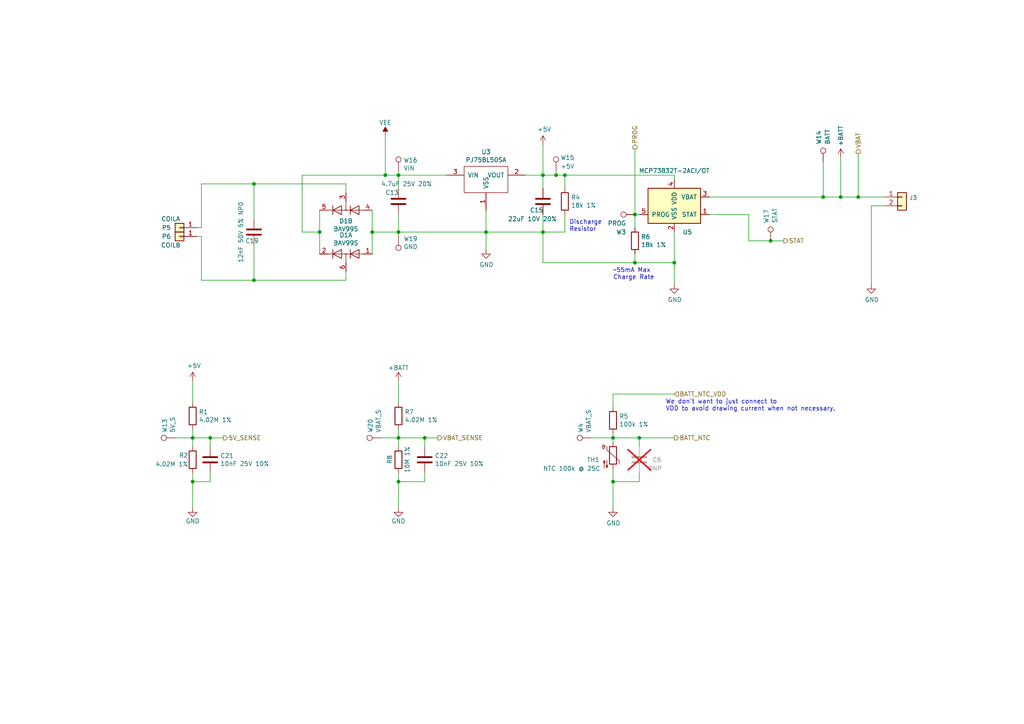
<source format=kicad_sch>
(kicad_sch (version 20250114) (generator "eeschema") (generator_version "9.0")
  (paper "A4")
  (title_block (title "Pixels D20 Schematic, Main") (date "2022-08-26") (rev "13") (company "Systemic Games, LLC") (comment 1 "Wireless Charging Circuitry"))
  (lib_symbols
    (symbol "Connector_Generic:Conn_01x01" (pin_names (offset 1.016) (hide yes))
      (property "Reference" "J" (at 0 2.54 0))
      (property "Value" "Conn_01x01" (at 0 -2.54 0))
      (symbol "Conn_01x01_1_1"
        (rectangle (start -1.27 1.27) (end 1.27 -1.27) (stroke (width 0.254)) (fill (type background)))
        (rectangle (start -1.27 0.127) (end 0 -0.127) (stroke (width 0.1524)))
        (pin passive line (at -5.08 0 0) (length 3.81) (name "Pin_1") (number "1"))
      )
    )
    (symbol "Connector_Generic:Conn_01x02" (pin_names (offset 1.016) (hide yes))
      (property "Reference" "J" (at 0 2.54 0))
      (property "Value" "Conn_01x02" (at 0 -5.08 0))
      (symbol "Conn_01x02_1_1"
        (rectangle (start -1.27 1.27) (end 1.27 -3.81) (stroke (width 0.254)) (fill (type background)))
        (rectangle (start -1.27 0.127) (end 0 -0.127) (stroke (width 0.1524)))
        (rectangle (start -1.27 -2.413) (end 0 -2.667) (stroke (width 0.1524)))
        (pin passive line (at -5.08 0 0) (length 3.81) (name "Pin_1") (number "1"))
        (pin passive line (at -5.08 -2.54 0) (length 3.81) (name "Pin_2") (number "2"))
      )
    )
    (symbol "Device:C" (pin_numbers (hide yes)) (pin_names (offset 0.254))
      (property "Reference" "C" (at 0.635 2.54 0))
      (property "Value" "C" (at 0.635 -2.54 0))
      (symbol "C_0_1"
        (polyline (pts (xy -2.032 0.762) (xy 2.032 0.762)) (stroke (width 0.508)))
        (polyline (pts (xy -2.032 -0.762) (xy 2.032 -0.762)) (stroke (width 0.508)))
      )
      (symbol "C_1_1"
        (pin passive line (at 0 3.81 270) (length 2.794) (name "~") (number "1"))
        (pin passive line (at 0 -3.81 90) (length 2.794) (name "~") (number "2"))
      )
    )
    (symbol "Device:R" (pin_numbers (hide yes)) (pin_names (offset 0))
      (property "Reference" "R" (at 2.032 0 90))
      (property "Value" "R" (at 0 0 90))
      (symbol "R_0_1"
        (rectangle (start -1.016 -2.54) (end 1.016 2.54) (stroke (width 0.254)))
      )
      (symbol "R_1_1"
        (pin passive line (at 0 3.81 270) (length 1.27) (name "~") (number "1"))
        (pin passive line (at 0 -3.81 90) (length 1.27) (name "~") (number "2"))
      )
    )
    (symbol "Device:Thermistor_NTC" (pin_numbers (hide yes)) (pin_names (offset 0))
      (property "Reference" "TH" (at -4.445 0 90))
      (property "Value" "Thermistor_NTC" (at 3.175 0 90))
      (symbol "Thermistor_NTC_0_1"
        (arc (start -3.175 2.413) (mid -3.0506 2.3165) (end -3.048 2.159))
        (arc (start -3.048 2.794) (mid -2.9736 2.9736) (end -2.794 3.048))
        (arc (start -2.794 3.048) (mid -2.6144 2.9736) (end -2.54 2.794))
        (arc (start -2.794 2.54) (mid -2.9736 2.6144) (end -3.048 2.794))
        (arc (start -2.794 1.905) (mid -2.9736 1.9794) (end -3.048 2.159))
        (arc (start -2.54 2.159) (mid -2.6144 1.9794) (end -2.794 1.905))
        (arc (start -2.159 2.794) (mid -2.434 2.5608) (end -2.794 2.54))
        (polyline (pts (xy -2.54 2.159) (xy -2.54 2.794)))
        (polyline (pts (xy -2.54 -3.683) (xy -2.54 -1.397) (xy -2.794 -2.159) (xy -2.286 -2.159) (xy -2.54 -1.397) (xy -2.54 -1.651)) (fill (type outline)))
        (polyline (pts (xy -1.778 2.54) (xy -1.778 1.524) (xy 1.778 -1.524) (xy 1.778 -2.54)))
        (polyline (pts (xy -1.778 -1.397) (xy -1.778 -3.683) (xy -2.032 -2.921) (xy -1.524 -2.921) (xy -1.778 -3.683) (xy -1.778 -3.429)) (fill (type outline)))
        (rectangle (start -1.016 2.54) (end 1.016 -2.54) (stroke (width 0.254)))
      )
      (symbol "Thermistor_NTC_1_1"
        (pin passive line (at 0 3.81 270) (length 1.27) (name "~") (number "1"))
        (pin passive line (at 0 -3.81 90) (length 1.27) (name "~") (number "2"))
      )
    )
    (symbol "Pixels-dice:BAV99S-diode" (pin_names (offset 0.0254) (hide yes))
      (property "Reference" "D" (at 0 2.54 0))
      (property "Value" "BAV99S-diode" (at 0 5.08 0))
      (symbol "BAV99S-diode_0_1"
        (polyline (pts (xy -5.08 0) (xy 5.08 0)))
        (polyline (pts (xy -3.81 1.27) (xy -1.27 0) (xy -3.81 -1.27) (xy -3.81 1.27) (xy -3.81 1.27) (xy -3.81 1.27)) (stroke (width 0.2032)))
        (polyline (pts (xy -1.27 -1.27) (xy -1.27 1.27) (xy -1.27 1.27)) (stroke (width 0.2032)))
        (polyline (pts (xy 0 0) (xy 0 -2.54)))
        (circle (center 0 0) (radius 0.127))
        (polyline (pts (xy 1.27 1.27) (xy 3.81 0) (xy 1.27 -1.27) (xy 1.27 1.27) (xy 1.27 1.27) (xy 1.27 1.27)) (stroke (width 0.2032)))
        (polyline (pts (xy 3.81 1.27) (xy 3.81 -1.27) (xy 3.81 -1.27)) (stroke (width 0.2032)))
      )
      (symbol "BAV99S-diode_1_1"
        (polyline (pts (xy 6.35 0) (xy 7.62 0)))
        (pin passive line (at -7.62 0 0) (length 2.54) (name "A1") (number "1"))
        (pin passive line (at 0 -5.08 90) (length 2.54) (name "K3A4") (number "6"))
        (pin passive line (at 7.62 0 180) (length 2.54) (name "K2") (number "2"))
      )
      (symbol "BAV99S-diode_2_1"
        (polyline (pts (xy 6.35 0) (xy 7.62 0)))
        (pin passive line (at -7.62 0 0) (length 2.54) (name "A3") (number "4"))
        (pin passive line (at 0 -5.08 90) (length 2.54) (name "K1A2") (number "3"))
        (pin passive line (at 7.62 0 180) (length 2.54) (name "K4") (number "5"))
      )
    )
    (symbol "Pixels-dice:HX6306P502MR" (pin_names (offset 1.016))
      (property "Reference" "U" (at 3.81 -6.35 0))
      (property "Value" "HX6306P502MR" (at 0 3.81 0))
      (symbol "HX6306P502MR_0_1"
        (rectangle (start -6.35 2.54) (end 6.35 -5.08))
      )
      (symbol "HX6306P502MR_1_1"
        (pin power_in line (at -11.43 0 0) (length 5.08) (name "VIN") (number "3"))
        (pin power_in line (at 0 -10.16 90) (length 5.08) (name "VSS") (number "1"))
        (pin power_out line (at 11.43 0 180) (length 5.08) (name "VOUT") (number "2"))
      )
    )
    (symbol "Pixels-dice:MCP73831-2-OT-battery_management" (pin_names (offset 1.016))
      (property "Reference" "U" (at -7.62 6.35 0))
      (property "Value" "MCP73831-2-OT-battery_management" (at 1.27 6.35 0))
      (symbol "MCP73831-2-OT-battery_management_0_1"
        (rectangle (start -7.62 5.08) (end 7.62 -5.08) (stroke (width 0.254)) (fill (type background)))
      )
      (symbol "MCP73831-2-OT-battery_management_1_1"
        (pin input line (at -10.16 -2.54 0) (length 2.54) (name "PROG") (number "5"))
        (pin power_in line (at 0 7.62 270) (length 2.54) (name "VDD") (number "4"))
        (pin power_in line (at 0 -7.62 90) (length 2.54) (name "VSS") (number "2"))
        (pin power_out line (at 10.16 2.54 180) (length 2.54) (name "VBAT") (number "3"))
        (pin output line (at 10.16 -2.54 180) (length 2.54) (name "STAT") (number "1"))
      )
    )
    (symbol "Pixels-dice:TEST_1P-conn" (pin_numbers (hide yes)) (pin_names (offset 0.762) (hide yes))
      (property "Reference" "W" (at 0 6.858 0))
      (property "Value" "TEST_1P-conn" (at 0 5.08 0))
      (symbol "TEST_1P-conn_0_1"
        (circle (center 0 3.302) (radius 0.762))
      )
      (symbol "TEST_1P-conn_1_1"
        (pin passive line (at 0 0 90) (length 2.54) (name "1") (number "1"))
      )
    )
    (symbol "power:+5V" (power) (pin_names (offset 0))
      (property "Value" "+5V" (at 0 3.556 0))
      (symbol "+5V_0_1"
        (polyline (pts (xy -0.762 1.27) (xy 0 2.54)))
        (polyline (pts (xy 0 2.54) (xy 0.762 1.27)))
        (polyline (pts (xy 0 0) (xy 0 2.54)))
      )
      (symbol "+5V_1_1"
        (pin power_in line (at 0 0 90) (length 0) (hide yes) (name "+5V") (number "1"))
      )
    )
    (symbol "power:+BATT" (power) (pin_names (offset 0))
      (property "Value" "+BATT" (at 0 3.556 0))
      (symbol "+BATT_0_1"
        (polyline (pts (xy -0.762 1.27) (xy 0 2.54)))
        (polyline (pts (xy 0 2.54) (xy 0.762 1.27)))
        (polyline (pts (xy 0 0) (xy 0 2.54)))
      )
      (symbol "+BATT_1_1"
        (pin power_in line (at 0 0 90) (length 0) (hide yes) (name "+BATT") (number "1"))
      )
    )
    (symbol "power:GND" (power) (pin_names (offset 0))
      (property "Value" "GND" (at 0 -3.81 0))
      (symbol "GND_0_1"
        (polyline (pts (xy 0 0) (xy 0 -1.27) (xy 1.27 -1.27) (xy 0 -2.54) (xy -1.27 -1.27) (xy 0 -1.27)))
      )
      (symbol "GND_1_1"
        (pin power_in line (at 0 0 270) (length 0) (hide yes) (name "GND") (number "1"))
      )
    )
    (symbol "power:VEE" (power) (pin_names (offset 0))
      (property "Value" "VEE" (at 0 3.81 0))
      (symbol "VEE_0_1"
        (polyline (pts (xy 0 0) (xy 0 2.54)))
        (polyline (pts (xy 0.762 1.27) (xy -0.762 1.27) (xy 0 2.54) (xy 0.762 1.27)) (fill (type outline)))
      )
      (symbol "VEE_1_1"
        (pin power_in line (at 0 0 90) (length 0) (hide yes) (name "VEE") (number "1"))
      )
    )
  )
  (text "We don't want to just connect to\nVDD to avoid drawing current when not necessary." (at 193.04 119.38 0) (effects (font (size 1.27 1.27)) (justify left bottom)))
  (text "~55mA Max\nCharge Rate" (at 177.8 81.28 0) (effects (font (size 1.27 1.27)) (justify left bottom)))
  (text "Discharge\nResistor" (at 165.1 67.31 0) (effects (font (size 1.27 1.27)) (justify left bottom)))
  (junction (at 92.71 67.31))
  (junction (at 248.92 57.15))
  (junction (at 55.88 127))
  (junction (at 184.15 76.2))
  (junction (at 55.88 139.7))
  (junction (at 195.58 76.2))
  (junction (at 177.8 139.7))
  (junction (at 163.83 50.8))
  (junction (at 157.48 67.31))
  (junction (at 243.84 57.15))
  (junction (at 140.97 67.31))
  (junction (at 115.57 67.31))
  (junction (at 73.66 53.34))
  (junction (at 177.8 127))
  (junction (at 115.57 50.8))
  (junction (at 115.57 139.7))
  (junction (at 60.96 127))
  (junction (at 238.76 57.15))
  (junction (at 157.48 50.8))
  (junction (at 185.42 127))
  (junction (at 73.66 81.28))
  (junction (at 161.29 50.8))
  (junction (at 115.57 127))
  (junction (at 107.95 67.31))
  (junction (at 223.52 69.85))
  (junction (at 111.76 50.8))
  (junction (at 123.19 127))
  (junction (at 184.15 62.23))
  (wire (pts (xy 163.83 62.23) (xy 163.83 67.31)))
  (wire (pts (xy 157.48 76.2) (xy 184.15 76.2)))
  (wire (pts (xy 73.66 81.28) (xy 58.42 81.28)))
  (wire (pts (xy 238.76 57.15) (xy 243.84 57.15)))
  (wire (pts (xy 123.19 139.7) (xy 115.57 139.7)))
  (wire (pts (xy 55.88 137.16) (xy 55.88 139.7)))
  (wire (pts (xy 157.48 67.31) (xy 157.48 76.2)))
  (wire (pts (xy 115.57 50.8) (xy 129.54 50.8)))
  (wire (pts (xy 161.29 49.53) (xy 161.29 50.8)))
  (wire (pts (xy 205.74 57.15) (xy 238.76 57.15)))
  (wire (pts (xy 50.8 127) (xy 55.88 127)))
  (wire (pts (xy 217.17 69.85) (xy 223.52 69.85)))
  (wire (pts (xy 55.88 116.84) (xy 55.88 110.49)))
  (wire (pts (xy 73.66 53.34) (xy 58.42 53.34)))
  (wire (pts (xy 163.83 50.8) (xy 163.83 54.61)))
  (wire (pts (xy 248.92 44.45) (xy 248.92 57.15)))
  (wire (pts (xy 157.48 41.91) (xy 157.48 50.8)))
  (wire (pts (xy 248.92 57.15) (xy 243.84 57.15)))
  (wire (pts (xy 58.42 81.28) (xy 58.42 68.58)))
  (wire (pts (xy 92.71 60.96) (xy 92.71 67.31)))
  (wire (pts (xy 123.19 127) (xy 127 127)))
  (wire (pts (xy 157.48 67.31) (xy 157.48 62.23)))
  (wire (pts (xy 163.83 50.8) (xy 195.58 50.8)))
  (wire (pts (xy 205.74 62.23) (xy 217.17 62.23)))
  (wire (pts (xy 238.76 46.99) (xy 238.76 57.15)))
  (wire (pts (xy 184.15 73.66) (xy 184.15 76.2)))
  (wire (pts (xy 55.88 124.46) (xy 55.88 127)))
  (wire (pts (xy 58.42 66.04) (xy 57.15 66.04)))
  (wire (pts (xy 55.88 139.7) (xy 55.88 147.32)))
  (wire (pts (xy 55.88 129.54) (xy 55.88 127)))
  (wire (pts (xy 58.42 53.34) (xy 58.42 66.04)))
  (wire (pts (xy 92.71 67.31) (xy 92.71 73.66)))
  (wire (pts (xy 161.29 50.8) (xy 163.83 50.8)))
  (wire (pts (xy 107.95 60.96) (xy 107.95 67.31)))
  (wire (pts (xy 140.97 67.31) (xy 157.48 67.31)))
  (wire (pts (xy 107.95 67.31) (xy 107.95 73.66)))
  (wire (pts (xy 171.45 127) (xy 177.8 127)))
  (wire (pts (xy 115.57 49.53) (xy 115.57 50.8)))
  (wire (pts (xy 123.19 137.16) (xy 123.19 139.7)))
  (wire (pts (xy 60.96 137.16) (xy 60.96 139.7)))
  (wire (pts (xy 177.8 127) (xy 185.42 127)))
  (wire (pts (xy 55.88 127) (xy 60.96 127)))
  (wire (pts (xy 252.73 59.69) (xy 252.73 82.55)))
  (wire (pts (xy 177.8 125.73) (xy 177.8 127)))
  (wire (pts (xy 177.8 118.11) (xy 177.8 114.3)))
  (wire (pts (xy 100.33 78.74) (xy 100.33 81.28)))
  (wire (pts (xy 115.57 50.8) (xy 115.57 54.61)))
  (wire (pts (xy 110.49 127) (xy 115.57 127)))
  (wire (pts (xy 140.97 67.31) (xy 140.97 72.39)))
  (wire (pts (xy 177.8 139.7) (xy 177.8 147.32)))
  (wire (pts (xy 185.42 139.7) (xy 177.8 139.7)))
  (wire (pts (xy 115.57 127) (xy 115.57 129.54)))
  (wire (pts (xy 115.57 110.49) (xy 115.57 116.84)))
  (wire (pts (xy 115.57 137.16) (xy 115.57 139.7)))
  (wire (pts (xy 243.84 45.72) (xy 243.84 57.15)))
  (wire (pts (xy 60.96 127) (xy 64.77 127)))
  (wire (pts (xy 73.66 71.12) (xy 73.66 81.28)))
  (wire (pts (xy 115.57 67.31) (xy 107.95 67.31)))
  (wire (pts (xy 195.58 52.07) (xy 195.58 50.8)))
  (wire (pts (xy 217.17 62.23) (xy 217.17 69.85)))
  (wire (pts (xy 60.96 129.54) (xy 60.96 127)))
  (wire (pts (xy 195.58 67.31) (xy 195.58 76.2)))
  (wire (pts (xy 152.4 50.8) (xy 157.48 50.8)))
  (wire (pts (xy 184.15 43.18) (xy 184.15 62.23)))
  (wire (pts (xy 185.42 127) (xy 185.42 129.54)))
  (wire (pts (xy 223.52 69.85) (xy 227.33 69.85)))
  (wire (pts (xy 157.48 50.8) (xy 157.48 54.61)))
  (wire (pts (xy 87.63 50.8) (xy 111.76 50.8)))
  (wire (pts (xy 140.97 60.96) (xy 140.97 67.31)))
  (wire (pts (xy 58.42 68.58) (xy 57.15 68.58)))
  (wire (pts (xy 73.66 53.34) (xy 100.33 53.34)))
  (wire (pts (xy 92.71 67.31) (xy 87.63 67.31)))
  (wire (pts (xy 123.19 127) (xy 123.19 129.54)))
  (wire (pts (xy 60.96 139.7) (xy 55.88 139.7)))
  (wire (pts (xy 185.42 137.16) (xy 185.42 139.7)))
  (wire (pts (xy 256.54 59.69) (xy 252.73 59.69)))
  (wire (pts (xy 185.42 62.23) (xy 184.15 62.23)))
  (wire (pts (xy 177.8 114.3) (xy 195.58 114.3)))
  (wire (pts (xy 115.57 68.58) (xy 115.57 67.31)))
  (wire (pts (xy 163.83 67.31) (xy 157.48 67.31)))
  (wire (pts (xy 115.57 124.46) (xy 115.57 127)))
  (wire (pts (xy 184.15 76.2) (xy 195.58 76.2)))
  (wire (pts (xy 115.57 127) (xy 123.19 127)))
  (wire (pts (xy 157.48 50.8) (xy 161.29 50.8)))
  (wire (pts (xy 87.63 67.31) (xy 87.63 50.8)))
  (wire (pts (xy 248.92 57.15) (xy 256.54 57.15)))
  (wire (pts (xy 115.57 139.7) (xy 115.57 147.32)))
  (wire (pts (xy 111.76 39.37) (xy 111.76 50.8)))
  (wire (pts (xy 177.8 135.89) (xy 177.8 139.7)))
  (wire (pts (xy 115.57 62.23) (xy 115.57 67.31)))
  (wire (pts (xy 185.42 127) (xy 195.58 127)))
  (wire (pts (xy 115.57 67.31) (xy 140.97 67.31)))
  (wire (pts (xy 100.33 55.88) (xy 100.33 53.34)))
  (wire (pts (xy 184.15 62.23) (xy 184.15 66.04)))
  (wire (pts (xy 73.66 63.5) (xy 73.66 53.34)))
  (wire (pts (xy 195.58 76.2) (xy 195.58 82.55)))
  (wire (pts (xy 111.76 50.8) (xy 115.57 50.8)))
  (wire (pts (xy 177.8 127) (xy 177.8 128.27)))
  (wire (pts (xy 73.66 81.28) (xy 100.33 81.28)))
  (hierarchical_label "PROG" (shape output) (at 184.15 43.18 90))
  (hierarchical_label "VBAT" (shape output) (at 248.92 44.45 90))
  (hierarchical_label "5V_SENSE" (shape output) (at 64.77 127 0))
  (hierarchical_label "BATT_NTC_VDD" (shape input) (at 195.58 114.3 0))
  (hierarchical_label "STAT" (shape output) (at 227.33 69.85 0))
  (hierarchical_label "BATT_NTC" (shape output) (at 195.58 127 0))
  (hierarchical_label "VBAT_SENSE" (shape output) (at 127 127 0))
  (symbol (lib_id "power:GND") (at 252.73 82.55 0) (unit 1)
    (property "Reference" "#PWR052" (effects (hide yes)))
    (property "Value" "GND" (at 252.857 86.9442 0))
  )
  (symbol (lib_id "Device:C") (at 115.57 58.42 0) (unit 1)
    (property "Reference" "C13" (at 111.76 55.88 0) (effects (justify left)))
    (property "Value" "4.7uF 25V 20%" (at 110.49 53.34 0) (effects (justify left)))
    (property "Footprint" "Capacitor_SMD:C_0603_1608Metric" (effects (hide yes)))
    (property "Generic OK" "YES" (effects (hide yes)))
    (property "Pixels Part Number" "SMD-C010" (effects (hide yes)))
    (property "Manufacturer" "Murata" (effects (hide yes)))
    (property "Manufacturer Part Number" "GRM188R61E475KE11D" (effects (hide yes)))
  )
  (symbol (lib_id "Pixels-dice:TEST_1P-conn") (at 171.45 127 90) (unit 1) (in_bom no)
    (property "Reference" "W4" (at 168.402 125.5268 0) (effects (justify left)))
    (property "Value" "VBAT_S" (at 170.7134 125.5268 0) (effects (justify left)))
    (property "Footprint" "Pixels-dice:TEST_PIN" (effects (hide yes)))
    (property "Generic OK" "N/A" (effects (hide yes)))
  )
  (symbol (lib_id "Device:R") (at 177.8 121.92 0) (unit 1)
    (property "Reference" "R5" (at 179.578 120.7516 0) (effects (justify left)))
    (property "Value" "100k 1%" (at 179.578 123.063 0) (effects (justify left)))
    (property "Footprint" "Pixels-dice:R_0402_1005Metric" (effects (hide yes)))
    (property "Generic OK" "YES" (effects (hide yes)))
    (property "Pixels Part Number" "SMD-R006" (effects (hide yes)))
    (property "Manufacturer" "UNI-ROYAL(Uniroyal Elec)" (effects (hide yes)))
    (property "Manufacturer Part Number" "0402WGF1003TCE" (effects (hide yes)))
  )
  (symbol (lib_id "Pixels-dice:TEST_1P-conn") (at 115.57 49.53 0) (unit 1) (in_bom no)
    (property "Reference" "W16" (at 117.0432 46.482 0) (effects (justify left)))
    (property "Value" "VIN" (at 117.0432 48.7934 0) (effects (justify left)))
    (property "Footprint" "Pixels-dice:TEST_PIN" (effects (hide yes)))
    (property "Generic OK" "N/A" (effects (hide yes)))
  )
  (symbol (lib_id "Device:Thermistor_NTC") (at 177.8 132.08 0) (unit 1)
    (property "Reference" "TH1" (at 170.18 133.35 0) (effects (justify left)))
    (property "Value" "NTC 100k @ 25C" (at 157.48 135.89 0) (effects (justify left)))
    (property "Footprint" "Pixels-dice:R_0402_1005Metric" (effects (hide yes)))
    (property "Generic OK" "NO" (effects (hide yes)))
    (property "Manufacturer" "TDK" (effects (hide yes)))
    (property "Manufacturer Part Number" "NTCG104EF104FT1X" (effects (hide yes)))
  )
  (symbol (lib_id "power:VEE") (at 111.76 39.37 0) (unit 1)
    (property "Reference" "#PWR032" (effects (hide yes)))
    (property "Value" "VEE" (at 111.76 35.56 0))
  )
  (symbol (lib_id "power:+5V") (at 55.88 110.49 0) (unit 1)
    (property "Reference" "#PWR057" (effects (hide yes)))
    (property "Value" "+5V" (at 56.261 106.0958 0))
  )
  (symbol (lib_id "Pixels-dice:TEST_1P-conn") (at 50.8 127 90) (unit 1) (in_bom no)
    (property "Reference" "W13" (at 47.752 125.5268 0) (effects (justify left)))
    (property "Value" "5V_S" (at 50.0634 125.5268 0) (effects (justify left)))
    (property "Footprint" "Pixels-dice:TEST_PIN" (effects (hide yes)))
    (property "Generic OK" "N/A" (effects (hide yes)))
  )
  (symbol (lib_id "Device:C") (at 73.66 67.31 0) (unit 1)
    (property "Reference" "C19" (at 71.12 69.85 0) (effects (justify left)))
    (property "Value" "12nF 50V 5% NP0" (at 69.85 76.2 90) (effects (justify left)))
    (property "Footprint" "Capacitor_SMD:C_0805_2012Metric" (effects (hide yes)))
    (property "Generic OK" "NO" (effects (hide yes)))
    (property "Pixels Part Number" "SMD-C011" (effects (hide yes)))
    (property "Manufacturer" "Murata" (effects (hide yes)))
    (property "Manufacturer Part Number" "GRM2195C1H123JA01D" (effects (hide yes)))
  )
  (symbol (lib_id "Device:R") (at 184.15 69.85 0) (unit 1)
    (property "Reference" "R6" (at 185.928 68.6816 0) (effects (justify left)))
    (property "Value" "18k 1%" (at 185.928 70.993 0) (effects (justify left)))
    (property "Footprint" "Pixels-dice:R_0402_1005Metric" (effects (hide yes)))
    (property "Generic OK" "YES" (effects (hide yes)))
    (property "Pixels Part Number" "SMD-R002" (effects (hide yes)))
    (property "Manufacturer" "UNI-ROYAL(Uniroyal Elec)" (effects (hide yes)))
  )
  (symbol (lib_id "Device:R") (at 115.57 120.65 0) (unit 1)
    (property "Reference" "R7" (at 117.348 119.4816 0) (effects (justify left)))
    (property "Value" "4.02M 1%" (at 117.348 121.793 0) (effects (justify left)))
    (property "Footprint" "Pixels-dice:R_0402_1005Metric" (effects (hide yes)))
    (property "Generic OK" "YES" (effects (hide yes)))
    (property "Pixels Part Number" "SMD-R003" (effects (hide yes)))
    (property "Manufacturer" "UNI-ROYAL(Uniroyal Elec)" (effects (hide yes)))
    (property "Manufacturer Part Number" "0402WGF4024TCE" (effects (hide yes)))
  )
  (symbol (lib_id "power:+BATT") (at 115.57 110.49 0) (unit 1)
    (property "Reference" "#PWR058" (effects (hide yes)))
    (property "Value" "+BATT" (at 115.57 106.68 0))
  )
  (symbol (lib_id "Device:R") (at 115.57 133.35 0) (unit 1)
    (property "Reference" "R8" (at 113.03 134.62 90) (effects (justify left)))
    (property "Value" "10M 1%" (at 118.11 137.16 90) (effects (justify left)))
    (property "Footprint" "Pixels-dice:R_0402_1005Metric" (effects (hide yes)))
    (property "Generic OK" "YES" (effects (hide yes)))
    (property "Pixels Part Number" "SMD-R004" (effects (hide yes)))
    (property "Manufacturer" "UNI-ROYAL(Uniroyal Elec)" (effects (hide yes)))
    (property "Manufacturer Part Number" "0402WGF1005TCE" (effects (hide yes)))
  )
  (symbol (lib_id "Pixels-dice:MCP73831-2-OT-battery_management") (at 195.58 59.69 0) (unit 1)
    (property "Reference" "U5" (at 199.39 67.31 0))
    (property "Value" "MCP73832T-2ACI/OT" (at 195.58 49.53 0))
    (property "Footprint" "Package_TO_SOT_SMD:SOT-23-5" (effects (hide yes)))
    (property "Datasheet" "http://ww1.microchip.com/downloads/en/DeviceDoc/20001984g.pdf" (effects (hide yes)))
    (property "Generic OK" "NO" (effects (hide yes)))
    (property "Manufacturer" "Microchip" (effects (hide yes)))
    (property "Manufacturer Part Number" "MCP73832T-2ACI/OT" (effects (hide yes)))
    (property "Pixels Part Number" "SMD-U005" (effects (hide yes)))
  )
  (symbol (lib_id "Device:R") (at 55.88 120.65 0) (unit 1)
    (property "Reference" "R1" (at 57.658 119.4816 0) (effects (justify left)))
    (property "Value" "4.02M 1%" (at 57.658 121.793 0) (effects (justify left)))
    (property "Footprint" "Pixels-dice:R_0402_1005Metric" (effects (hide yes)))
    (property "Generic OK" "YES" (effects (hide yes)))
    (property "Pixels Part Number" "SMD-R003" (effects (hide yes)))
    (property "Manufacturer" "UNI-ROYAL(Uniroyal Elec)" (effects (hide yes)))
    (property "Manufacturer Part Number" "0402WGF4024TCE" (effects (hide yes)))
  )
  (symbol (lib_id "Device:R") (at 55.88 133.35 180) (unit 1)
    (property "Reference" "R2" (at 54.61 132.08 0) (effects (justify left)))
    (property "Value" "4.02M 1%" (at 54.61 134.62 0) (effects (justify left)))
    (property "Footprint" "Pixels-dice:R_0402_1005Metric" (effects (hide yes)))
    (property "Generic OK" "YES" (effects (hide yes)))
    (property "Pixels Part Number" "SMD-R003" (effects (hide yes)))
    (property "Manufacturer" "UNI-ROYAL(Uniroyal Elec)" (effects (hide yes)))
    (property "Manufacturer Part Number" "0402WGF4024TCE" (effects (hide yes)))
  )
  (symbol (lib_id "power:GND") (at 115.57 147.32 0) (unit 1)
    (property "Reference" "#PWR060" (effects (hide yes)))
    (property "Value" "GND" (at 115.57 151.13 0))
  )
  (symbol (lib_id "Pixels-dice:TEST_1P-conn") (at 184.15 62.23 90) (unit 1) (in_bom no)
    (property "Reference" "W3" (at 181.61 67.31 90) (effects (justify left)))
    (property "Value" "PROG" (at 181.61 64.77 90) (effects (justify left)))
    (property "Footprint" "Pixels-dice:TEST_PIN" (effects (hide yes)))
    (property "Generic OK" "N/A" (effects (hide yes)))
  )
  (symbol (lib_id "power:+5V") (at 157.48 41.91 0) (unit 1)
    (property "Reference" "#PWR040" (effects (hide yes)))
    (property "Value" "+5V" (at 157.861 37.5158 0))
  )
  (symbol (lib_id "Device:C") (at 123.19 133.35 0) (unit 1)
    (property "Reference" "C22" (at 126.111 132.1816 0) (effects (justify left)))
    (property "Value" "10nF 25V 10%" (at 126.111 134.493 0) (effects (justify left)))
    (property "Footprint" "Pixels-dice:C_0402_1005Metric" (effects (hide yes)))
    (property "Generic OK" "YES" (effects (hide yes)))
    (property "Pixels Part Number" "SMD-C009" (effects (hide yes)))
    (property "Manufacturer" "Murata" (effects (hide yes)))
    (property "Manufacturer Part Number" "GRM155R71H103KA88" (effects (hide yes)))
  )
  (symbol (lib_id "Pixels-dice:TEST_1P-conn") (at 223.52 69.85 0) (unit 1) (in_bom no)
    (property "Reference" "W17" (at 222.25 64.77 90) (effects (justify left)))
    (property "Value" "STAT" (at 224.79 64.77 90) (effects (justify left)))
    (property "Footprint" "Pixels-dice:TEST_PIN" (effects (hide yes)))
    (property "Generic OK" "N/A" (effects (hide yes)))
  )
  (symbol (lib_id "Device:R") (at 163.83 58.42 0) (unit 1)
    (property "Reference" "R4" (at 165.608 57.2516 0) (effects (justify left)))
    (property "Value" "18k 1%" (at 165.608 59.563 0) (effects (justify left)))
    (property "Footprint" "Pixels-dice:R_0402_1005Metric" (effects (hide yes)))
    (property "Generic OK" "YES" (effects (hide yes)))
    (property "Pixels Part Number" "SMD-R006" (effects (hide yes)))
    (property "Manufacturer" "UNI-ROYAL(Uniroyal Elec)" (effects (hide yes)))
  )
  (symbol (lib_id "Device:C") (at 185.42 133.35 0) (unit 1) (in_bom no) (dnp yes)
    (property "Reference" "C6" (at 189.23 133.35 0) (effects (justify left)))
    (property "Value" "DNP" (at 187.96 135.89 0) (effects (justify left)))
    (property "Footprint" "Pixels-dice:C_0402_1005Metric" (effects (hide yes)))
    (property "Generic OK" "YES" (effects (hide yes)))
  )
  (symbol (lib_id "power:GND") (at 195.58 82.55 0) (unit 1)
    (property "Reference" "#PWR051" (effects (hide yes)))
    (property "Value" "GND" (at 195.707 86.9442 0))
  )
  (symbol (lib_id "power:GND") (at 140.97 72.39 0) (unit 1)
    (property "Reference" "#PWR050" (effects (hide yes)))
    (property "Value" "GND" (at 141.097 76.7842 0))
  )
  (symbol (lib_id "power:+BATT") (at 243.84 45.72 0) (unit 1)
    (property "Reference" "#PWR041" (effects (hide yes)))
    (property "Value" "+BATT" (at 243.84 39.37 90))
  )
  (symbol (lib_id "Connector_Generic:Conn_01x02") (at 261.62 57.15 0) (unit 1) (in_bom no)
    (property "Reference" "J3" (at 263.652 57.3532 0) (effects (justify left)))
    (property "Value" "Conn_01x02" (effects (hide yes)))
    (property "Footprint" "Pixels-dice:Hongjie 10100 Connector" (effects (hide yes)))
    (property "Generic OK" "N/A" (effects (hide yes)))
  )
  (symbol (lib_id "Device:C") (at 157.48 58.42 0) (unit 1)
    (property "Reference" "C15" (at 153.67 60.96 0) (effects (justify left)))
    (property "Value" "22uF 10V 20%" (at 147.32 63.5 0) (effects (justify left)))
    (property "Footprint" "Capacitor_SMD:C_0603_1608Metric" (effects (hide yes)))
    (property "Generic OK" "YES" (effects (hide yes)))
    (property "Manufacturer" "Murata" (effects (hide yes)))
    (property "Manufacturer Part Number" "GRM188R61A226ME15D" (effects (hide yes)))
  )
  (symbol (lib_id "Pixels-dice:TEST_1P-conn") (at 115.57 68.58 180) (unit 1) (in_bom no)
    (property "Reference" "W19" (at 117.0432 69.2658 0) (effects (justify right)))
    (property "Value" "GND" (at 117.0432 71.5772 0) (effects (justify right)))
    (property "Footprint" "Pixels-dice:TEST_PIN" (effects (hide yes)))
    (property "Generic OK" "N/A" (effects (hide yes)))
  )
  (symbol (lib_id "Pixels-dice:TEST_1P-conn") (at 238.76 46.99 0) (unit 1) (in_bom no)
    (property "Reference" "W14" (at 237.49 41.91 90) (effects (justify left)))
    (property "Value" "BATT" (at 240.03 41.91 90) (effects (justify left)))
    (property "Footprint" "Pixels-dice:TEST_PIN" (effects (hide yes)))
    (property "Generic OK" "N/A" (effects (hide yes)))
  )
  (symbol (lib_id "Connector_Generic:Conn_01x01") (at 52.07 68.58 180) (unit 1) (in_bom no)
    (property "Reference" "P6" (at 48.26 68.58 0))
    (property "Value" "COILB" (at 49.53 71.12 0))
    (property "Footprint" "Pixels-dice:TestPoint_THTPad_D1.5mm_Drill0.7mm_nosilk" (effects (hide yes)))
    (property "Generic OK" "N/A" (effects (hide yes)))
  )
  (symbol (lib_id "Connector_Generic:Conn_01x01") (at 52.07 66.04 180) (unit 1) (in_bom no)
    (property "Reference" "P5" (at 48.26 66.04 0))
    (property "Value" "COILA" (at 49.53 63.5 0))
    (property "Footprint" "Pixels-dice:TestPoint_THTPad_D1.5mm_Drill0.7mm_nosilk" (effects (hide yes)))
    (property "Generic OK" "N/A" (effects (hide yes)))
  )
  (symbol (lib_id "Pixels-dice:TEST_1P-conn") (at 110.49 127 90) (unit 1) (in_bom no)
    (property "Reference" "W20" (at 107.442 125.5268 0) (effects (justify left)))
    (property "Value" "VBAT_S" (at 109.7534 125.5268 0) (effects (justify left)))
    (property "Footprint" "Pixels-dice:TEST_PIN" (effects (hide yes)))
    (property "Generic OK" "N/A" (effects (hide yes)))
  )
  (symbol (lib_id "Pixels-dice:HX6306P502MR") (at 140.97 50.8 0) (unit 1)
    (property "Reference" "U3" (at 140.97 44.069 0))
    (property "Value" "PJ75BL50SA" (at 140.97 46.3804 0))
    (property "Footprint" "Pixels-dice:SOT-23" (effects (hide yes)))
    (property "Manufacturer" "PJSEMI" (effects (hide yes)))
    (property "Manufacturer Part Number" "PJ75BL50SA" (effects (hide yes)))
    (property "Generic OK" "NO" (effects (hide yes)))
  )
  (symbol (lib_id "Pixels-dice:TEST_1P-conn") (at 161.29 49.53 0) (unit 1) (in_bom no)
    (property "Reference" "W15" (at 162.56 45.72 0) (effects (justify left)))
    (property "Value" "+5V" (at 162.56 48.26 0) (effects (justify left)))
    (property "Footprint" "Pixels-dice:TEST_PIN" (effects (hide yes)))
    (property "Generic OK" "N/A" (effects (hide yes)))
  )
  (symbol (lib_id "power:GND") (at 177.8 147.32 0) (unit 1)
    (property "Reference" "#PWR022" (effects (hide yes)))
    (property "Value" "GND" (at 177.927 151.7142 0))
  )
  (symbol (lib_id "Pixels-dice:BAV99S-diode") (at 100.33 60.96 180) (unit 2)
    (property "Reference" "D1" (at 100.33 64.1096 0))
    (property "Value" "BAV99S" (at 100.33 66.421 0))
    (property "Footprint" "Package_TO_SOT_SMD:SOT-363_SC-70-6" (effects (hide yes)))
    (property "Datasheet" "https://assets.nexperia.com/documents/data-sheet/BAV99_SER.pdf" (effects (hide yes)))
    (property "Generic OK" "YES" (effects (hide yes)))
    (property "Manufacturer" "Nexperia" (effects (hide yes)))
    (property "Manufacturer Part Number" "BAV99S,115" (effects (hide yes)))
    (property "Pixels Part Number" "SMD-D001" (effects (hide yes)))
  )
  (symbol (lib_id "power:GND") (at 55.88 147.32 0) (unit 1)
    (property "Reference" "#PWR059" (effects (hide yes)))
    (property "Value" "GND" (at 55.88 151.13 0))
  )
  (symbol (lib_id "Pixels-dice:BAV99S-diode") (at 100.33 73.66 0) (mirror y) (unit 1)
    (property "Reference" "D1" (at 100.33 68.1736 0))
    (property "Value" "BAV99S" (at 100.33 70.485 0))
    (property "Footprint" "Package_TO_SOT_SMD:SOT-363_SC-70-6" (effects (hide yes)))
    (property "Datasheet" "https://assets.nexperia.com/documents/data-sheet/BAV99_SER.pdf" (effects (hide yes)))
    (property "Generic OK" "YES" (effects (hide yes)))
    (property "Manufacturer" "Nexperia" (effects (hide yes)))
    (property "Manufacturer Part Number" "BAV99S,115" (effects (hide yes)))
    (property "Pixels Part Number" "SMD-D001" (effects (hide yes)))
  )
  (symbol (lib_id "Device:C") (at 60.96 133.35 0) (unit 1)
    (property "Reference" "C21" (at 63.881 132.1816 0) (effects (justify left)))
    (property "Value" "10nF 25V 10%" (at 63.881 134.493 0) (effects (justify left)))
    (property "Footprint" "Pixels-dice:C_0402_1005Metric" (effects (hide yes)))
    (property "Generic OK" "YES" (effects (hide yes)))
    (property "Pixels Part Number" "SMD-C009" (effects (hide yes)))
    (property "Manufacturer" "Murata" (effects (hide yes)))
    (property "Manufacturer Part Number" "GRM155R71H103KA88" (effects (hide yes)))
  )
)
</source>
